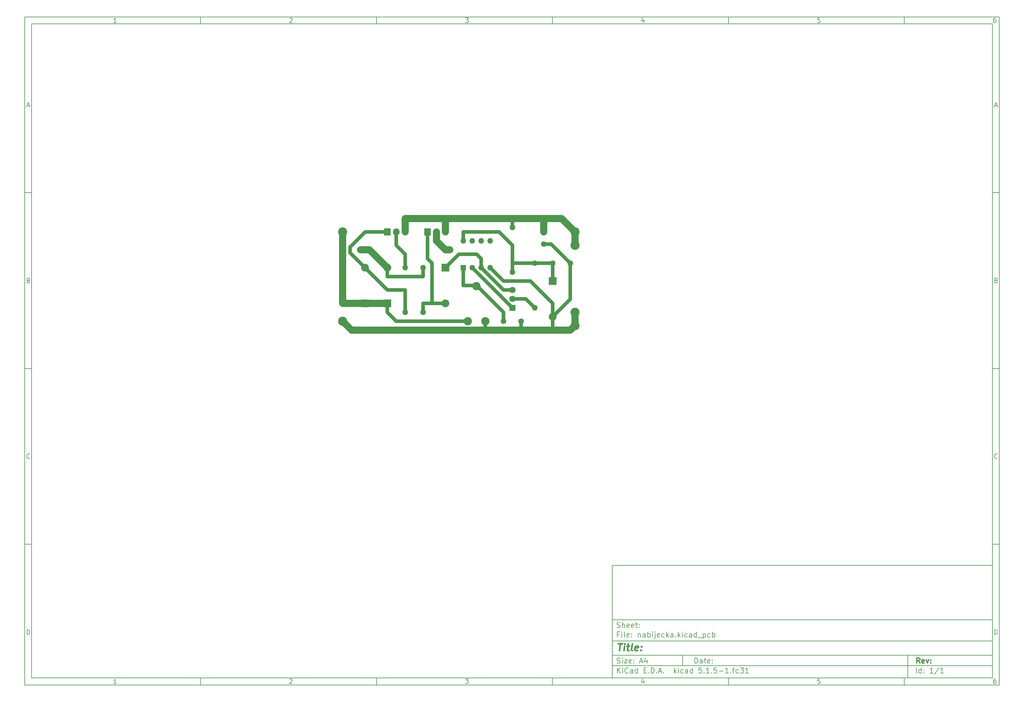
<source format=gbr>
G04 #@! TF.GenerationSoftware,KiCad,Pcbnew,5.1.5-1.fc31*
G04 #@! TF.CreationDate,2020-02-06T14:10:40+01:00*
G04 #@! TF.ProjectId,nabijecka,6e616269-6a65-4636-9b61-2e6b69636164,rev?*
G04 #@! TF.SameCoordinates,Original*
G04 #@! TF.FileFunction,Copper,L2,Bot*
G04 #@! TF.FilePolarity,Positive*
%FSLAX46Y46*%
G04 Gerber Fmt 4.6, Leading zero omitted, Abs format (unit mm)*
G04 Created by KiCad (PCBNEW 5.1.5-1.fc31) date 2020-02-06 14:10:40*
%MOMM*%
%LPD*%
G04 APERTURE LIST*
%ADD10C,0.100000*%
%ADD11C,0.150000*%
%ADD12C,0.300000*%
%ADD13C,0.400000*%
%ADD14C,2.600000*%
%ADD15O,1.600000X1.600000*%
%ADD16C,1.600000*%
%ADD17O,1.905000X2.000000*%
%ADD18R,1.905000X2.000000*%
%ADD19R,1.600000X1.600000*%
%ADD20R,1.800000X1.800000*%
%ADD21C,1.800000*%
%ADD22O,2.200000X2.200000*%
%ADD23R,2.200000X2.200000*%
%ADD24C,2.340000*%
%ADD25C,2.000000*%
%ADD26C,1.000000*%
G04 APERTURE END LIST*
D10*
D11*
X177002200Y-166007200D02*
X177002200Y-198007200D01*
X285002200Y-198007200D01*
X285002200Y-166007200D01*
X177002200Y-166007200D01*
D10*
D11*
X10000000Y-10000000D02*
X10000000Y-200007200D01*
X287002200Y-200007200D01*
X287002200Y-10000000D01*
X10000000Y-10000000D01*
D10*
D11*
X12000000Y-12000000D02*
X12000000Y-198007200D01*
X285002200Y-198007200D01*
X285002200Y-12000000D01*
X12000000Y-12000000D01*
D10*
D11*
X60000000Y-12000000D02*
X60000000Y-10000000D01*
D10*
D11*
X110000000Y-12000000D02*
X110000000Y-10000000D01*
D10*
D11*
X160000000Y-12000000D02*
X160000000Y-10000000D01*
D10*
D11*
X210000000Y-12000000D02*
X210000000Y-10000000D01*
D10*
D11*
X260000000Y-12000000D02*
X260000000Y-10000000D01*
D10*
D11*
X36065476Y-11588095D02*
X35322619Y-11588095D01*
X35694047Y-11588095D02*
X35694047Y-10288095D01*
X35570238Y-10473809D01*
X35446428Y-10597619D01*
X35322619Y-10659523D01*
D10*
D11*
X85322619Y-10411904D02*
X85384523Y-10350000D01*
X85508333Y-10288095D01*
X85817857Y-10288095D01*
X85941666Y-10350000D01*
X86003571Y-10411904D01*
X86065476Y-10535714D01*
X86065476Y-10659523D01*
X86003571Y-10845238D01*
X85260714Y-11588095D01*
X86065476Y-11588095D01*
D10*
D11*
X135260714Y-10288095D02*
X136065476Y-10288095D01*
X135632142Y-10783333D01*
X135817857Y-10783333D01*
X135941666Y-10845238D01*
X136003571Y-10907142D01*
X136065476Y-11030952D01*
X136065476Y-11340476D01*
X136003571Y-11464285D01*
X135941666Y-11526190D01*
X135817857Y-11588095D01*
X135446428Y-11588095D01*
X135322619Y-11526190D01*
X135260714Y-11464285D01*
D10*
D11*
X185941666Y-10721428D02*
X185941666Y-11588095D01*
X185632142Y-10226190D02*
X185322619Y-11154761D01*
X186127380Y-11154761D01*
D10*
D11*
X236003571Y-10288095D02*
X235384523Y-10288095D01*
X235322619Y-10907142D01*
X235384523Y-10845238D01*
X235508333Y-10783333D01*
X235817857Y-10783333D01*
X235941666Y-10845238D01*
X236003571Y-10907142D01*
X236065476Y-11030952D01*
X236065476Y-11340476D01*
X236003571Y-11464285D01*
X235941666Y-11526190D01*
X235817857Y-11588095D01*
X235508333Y-11588095D01*
X235384523Y-11526190D01*
X235322619Y-11464285D01*
D10*
D11*
X285941666Y-10288095D02*
X285694047Y-10288095D01*
X285570238Y-10350000D01*
X285508333Y-10411904D01*
X285384523Y-10597619D01*
X285322619Y-10845238D01*
X285322619Y-11340476D01*
X285384523Y-11464285D01*
X285446428Y-11526190D01*
X285570238Y-11588095D01*
X285817857Y-11588095D01*
X285941666Y-11526190D01*
X286003571Y-11464285D01*
X286065476Y-11340476D01*
X286065476Y-11030952D01*
X286003571Y-10907142D01*
X285941666Y-10845238D01*
X285817857Y-10783333D01*
X285570238Y-10783333D01*
X285446428Y-10845238D01*
X285384523Y-10907142D01*
X285322619Y-11030952D01*
D10*
D11*
X60000000Y-198007200D02*
X60000000Y-200007200D01*
D10*
D11*
X110000000Y-198007200D02*
X110000000Y-200007200D01*
D10*
D11*
X160000000Y-198007200D02*
X160000000Y-200007200D01*
D10*
D11*
X210000000Y-198007200D02*
X210000000Y-200007200D01*
D10*
D11*
X260000000Y-198007200D02*
X260000000Y-200007200D01*
D10*
D11*
X36065476Y-199595295D02*
X35322619Y-199595295D01*
X35694047Y-199595295D02*
X35694047Y-198295295D01*
X35570238Y-198481009D01*
X35446428Y-198604819D01*
X35322619Y-198666723D01*
D10*
D11*
X85322619Y-198419104D02*
X85384523Y-198357200D01*
X85508333Y-198295295D01*
X85817857Y-198295295D01*
X85941666Y-198357200D01*
X86003571Y-198419104D01*
X86065476Y-198542914D01*
X86065476Y-198666723D01*
X86003571Y-198852438D01*
X85260714Y-199595295D01*
X86065476Y-199595295D01*
D10*
D11*
X135260714Y-198295295D02*
X136065476Y-198295295D01*
X135632142Y-198790533D01*
X135817857Y-198790533D01*
X135941666Y-198852438D01*
X136003571Y-198914342D01*
X136065476Y-199038152D01*
X136065476Y-199347676D01*
X136003571Y-199471485D01*
X135941666Y-199533390D01*
X135817857Y-199595295D01*
X135446428Y-199595295D01*
X135322619Y-199533390D01*
X135260714Y-199471485D01*
D10*
D11*
X185941666Y-198728628D02*
X185941666Y-199595295D01*
X185632142Y-198233390D02*
X185322619Y-199161961D01*
X186127380Y-199161961D01*
D10*
D11*
X236003571Y-198295295D02*
X235384523Y-198295295D01*
X235322619Y-198914342D01*
X235384523Y-198852438D01*
X235508333Y-198790533D01*
X235817857Y-198790533D01*
X235941666Y-198852438D01*
X236003571Y-198914342D01*
X236065476Y-199038152D01*
X236065476Y-199347676D01*
X236003571Y-199471485D01*
X235941666Y-199533390D01*
X235817857Y-199595295D01*
X235508333Y-199595295D01*
X235384523Y-199533390D01*
X235322619Y-199471485D01*
D10*
D11*
X285941666Y-198295295D02*
X285694047Y-198295295D01*
X285570238Y-198357200D01*
X285508333Y-198419104D01*
X285384523Y-198604819D01*
X285322619Y-198852438D01*
X285322619Y-199347676D01*
X285384523Y-199471485D01*
X285446428Y-199533390D01*
X285570238Y-199595295D01*
X285817857Y-199595295D01*
X285941666Y-199533390D01*
X286003571Y-199471485D01*
X286065476Y-199347676D01*
X286065476Y-199038152D01*
X286003571Y-198914342D01*
X285941666Y-198852438D01*
X285817857Y-198790533D01*
X285570238Y-198790533D01*
X285446428Y-198852438D01*
X285384523Y-198914342D01*
X285322619Y-199038152D01*
D10*
D11*
X10000000Y-60000000D02*
X12000000Y-60000000D01*
D10*
D11*
X10000000Y-110000000D02*
X12000000Y-110000000D01*
D10*
D11*
X10000000Y-160000000D02*
X12000000Y-160000000D01*
D10*
D11*
X10690476Y-35216666D02*
X11309523Y-35216666D01*
X10566666Y-35588095D02*
X11000000Y-34288095D01*
X11433333Y-35588095D01*
D10*
D11*
X11092857Y-84907142D02*
X11278571Y-84969047D01*
X11340476Y-85030952D01*
X11402380Y-85154761D01*
X11402380Y-85340476D01*
X11340476Y-85464285D01*
X11278571Y-85526190D01*
X11154761Y-85588095D01*
X10659523Y-85588095D01*
X10659523Y-84288095D01*
X11092857Y-84288095D01*
X11216666Y-84350000D01*
X11278571Y-84411904D01*
X11340476Y-84535714D01*
X11340476Y-84659523D01*
X11278571Y-84783333D01*
X11216666Y-84845238D01*
X11092857Y-84907142D01*
X10659523Y-84907142D01*
D10*
D11*
X11402380Y-135464285D02*
X11340476Y-135526190D01*
X11154761Y-135588095D01*
X11030952Y-135588095D01*
X10845238Y-135526190D01*
X10721428Y-135402380D01*
X10659523Y-135278571D01*
X10597619Y-135030952D01*
X10597619Y-134845238D01*
X10659523Y-134597619D01*
X10721428Y-134473809D01*
X10845238Y-134350000D01*
X11030952Y-134288095D01*
X11154761Y-134288095D01*
X11340476Y-134350000D01*
X11402380Y-134411904D01*
D10*
D11*
X10659523Y-185588095D02*
X10659523Y-184288095D01*
X10969047Y-184288095D01*
X11154761Y-184350000D01*
X11278571Y-184473809D01*
X11340476Y-184597619D01*
X11402380Y-184845238D01*
X11402380Y-185030952D01*
X11340476Y-185278571D01*
X11278571Y-185402380D01*
X11154761Y-185526190D01*
X10969047Y-185588095D01*
X10659523Y-185588095D01*
D10*
D11*
X287002200Y-60000000D02*
X285002200Y-60000000D01*
D10*
D11*
X287002200Y-110000000D02*
X285002200Y-110000000D01*
D10*
D11*
X287002200Y-160000000D02*
X285002200Y-160000000D01*
D10*
D11*
X285692676Y-35216666D02*
X286311723Y-35216666D01*
X285568866Y-35588095D02*
X286002200Y-34288095D01*
X286435533Y-35588095D01*
D10*
D11*
X286095057Y-84907142D02*
X286280771Y-84969047D01*
X286342676Y-85030952D01*
X286404580Y-85154761D01*
X286404580Y-85340476D01*
X286342676Y-85464285D01*
X286280771Y-85526190D01*
X286156961Y-85588095D01*
X285661723Y-85588095D01*
X285661723Y-84288095D01*
X286095057Y-84288095D01*
X286218866Y-84350000D01*
X286280771Y-84411904D01*
X286342676Y-84535714D01*
X286342676Y-84659523D01*
X286280771Y-84783333D01*
X286218866Y-84845238D01*
X286095057Y-84907142D01*
X285661723Y-84907142D01*
D10*
D11*
X286404580Y-135464285D02*
X286342676Y-135526190D01*
X286156961Y-135588095D01*
X286033152Y-135588095D01*
X285847438Y-135526190D01*
X285723628Y-135402380D01*
X285661723Y-135278571D01*
X285599819Y-135030952D01*
X285599819Y-134845238D01*
X285661723Y-134597619D01*
X285723628Y-134473809D01*
X285847438Y-134350000D01*
X286033152Y-134288095D01*
X286156961Y-134288095D01*
X286342676Y-134350000D01*
X286404580Y-134411904D01*
D10*
D11*
X285661723Y-185588095D02*
X285661723Y-184288095D01*
X285971247Y-184288095D01*
X286156961Y-184350000D01*
X286280771Y-184473809D01*
X286342676Y-184597619D01*
X286404580Y-184845238D01*
X286404580Y-185030952D01*
X286342676Y-185278571D01*
X286280771Y-185402380D01*
X286156961Y-185526190D01*
X285971247Y-185588095D01*
X285661723Y-185588095D01*
D10*
D11*
X200434342Y-193785771D02*
X200434342Y-192285771D01*
X200791485Y-192285771D01*
X201005771Y-192357200D01*
X201148628Y-192500057D01*
X201220057Y-192642914D01*
X201291485Y-192928628D01*
X201291485Y-193142914D01*
X201220057Y-193428628D01*
X201148628Y-193571485D01*
X201005771Y-193714342D01*
X200791485Y-193785771D01*
X200434342Y-193785771D01*
X202577200Y-193785771D02*
X202577200Y-193000057D01*
X202505771Y-192857200D01*
X202362914Y-192785771D01*
X202077200Y-192785771D01*
X201934342Y-192857200D01*
X202577200Y-193714342D02*
X202434342Y-193785771D01*
X202077200Y-193785771D01*
X201934342Y-193714342D01*
X201862914Y-193571485D01*
X201862914Y-193428628D01*
X201934342Y-193285771D01*
X202077200Y-193214342D01*
X202434342Y-193214342D01*
X202577200Y-193142914D01*
X203077200Y-192785771D02*
X203648628Y-192785771D01*
X203291485Y-192285771D02*
X203291485Y-193571485D01*
X203362914Y-193714342D01*
X203505771Y-193785771D01*
X203648628Y-193785771D01*
X204720057Y-193714342D02*
X204577200Y-193785771D01*
X204291485Y-193785771D01*
X204148628Y-193714342D01*
X204077200Y-193571485D01*
X204077200Y-193000057D01*
X204148628Y-192857200D01*
X204291485Y-192785771D01*
X204577200Y-192785771D01*
X204720057Y-192857200D01*
X204791485Y-193000057D01*
X204791485Y-193142914D01*
X204077200Y-193285771D01*
X205434342Y-193642914D02*
X205505771Y-193714342D01*
X205434342Y-193785771D01*
X205362914Y-193714342D01*
X205434342Y-193642914D01*
X205434342Y-193785771D01*
X205434342Y-192857200D02*
X205505771Y-192928628D01*
X205434342Y-193000057D01*
X205362914Y-192928628D01*
X205434342Y-192857200D01*
X205434342Y-193000057D01*
D10*
D11*
X177002200Y-194507200D02*
X285002200Y-194507200D01*
D10*
D11*
X178434342Y-196585771D02*
X178434342Y-195085771D01*
X179291485Y-196585771D02*
X178648628Y-195728628D01*
X179291485Y-195085771D02*
X178434342Y-195942914D01*
X179934342Y-196585771D02*
X179934342Y-195585771D01*
X179934342Y-195085771D02*
X179862914Y-195157200D01*
X179934342Y-195228628D01*
X180005771Y-195157200D01*
X179934342Y-195085771D01*
X179934342Y-195228628D01*
X181505771Y-196442914D02*
X181434342Y-196514342D01*
X181220057Y-196585771D01*
X181077200Y-196585771D01*
X180862914Y-196514342D01*
X180720057Y-196371485D01*
X180648628Y-196228628D01*
X180577200Y-195942914D01*
X180577200Y-195728628D01*
X180648628Y-195442914D01*
X180720057Y-195300057D01*
X180862914Y-195157200D01*
X181077200Y-195085771D01*
X181220057Y-195085771D01*
X181434342Y-195157200D01*
X181505771Y-195228628D01*
X182791485Y-196585771D02*
X182791485Y-195800057D01*
X182720057Y-195657200D01*
X182577200Y-195585771D01*
X182291485Y-195585771D01*
X182148628Y-195657200D01*
X182791485Y-196514342D02*
X182648628Y-196585771D01*
X182291485Y-196585771D01*
X182148628Y-196514342D01*
X182077200Y-196371485D01*
X182077200Y-196228628D01*
X182148628Y-196085771D01*
X182291485Y-196014342D01*
X182648628Y-196014342D01*
X182791485Y-195942914D01*
X184148628Y-196585771D02*
X184148628Y-195085771D01*
X184148628Y-196514342D02*
X184005771Y-196585771D01*
X183720057Y-196585771D01*
X183577200Y-196514342D01*
X183505771Y-196442914D01*
X183434342Y-196300057D01*
X183434342Y-195871485D01*
X183505771Y-195728628D01*
X183577200Y-195657200D01*
X183720057Y-195585771D01*
X184005771Y-195585771D01*
X184148628Y-195657200D01*
X186005771Y-195800057D02*
X186505771Y-195800057D01*
X186720057Y-196585771D02*
X186005771Y-196585771D01*
X186005771Y-195085771D01*
X186720057Y-195085771D01*
X187362914Y-196442914D02*
X187434342Y-196514342D01*
X187362914Y-196585771D01*
X187291485Y-196514342D01*
X187362914Y-196442914D01*
X187362914Y-196585771D01*
X188077200Y-196585771D02*
X188077200Y-195085771D01*
X188434342Y-195085771D01*
X188648628Y-195157200D01*
X188791485Y-195300057D01*
X188862914Y-195442914D01*
X188934342Y-195728628D01*
X188934342Y-195942914D01*
X188862914Y-196228628D01*
X188791485Y-196371485D01*
X188648628Y-196514342D01*
X188434342Y-196585771D01*
X188077200Y-196585771D01*
X189577200Y-196442914D02*
X189648628Y-196514342D01*
X189577200Y-196585771D01*
X189505771Y-196514342D01*
X189577200Y-196442914D01*
X189577200Y-196585771D01*
X190220057Y-196157200D02*
X190934342Y-196157200D01*
X190077200Y-196585771D02*
X190577200Y-195085771D01*
X191077200Y-196585771D01*
X191577200Y-196442914D02*
X191648628Y-196514342D01*
X191577200Y-196585771D01*
X191505771Y-196514342D01*
X191577200Y-196442914D01*
X191577200Y-196585771D01*
X194577200Y-196585771D02*
X194577200Y-195085771D01*
X194720057Y-196014342D02*
X195148628Y-196585771D01*
X195148628Y-195585771D02*
X194577200Y-196157200D01*
X195791485Y-196585771D02*
X195791485Y-195585771D01*
X195791485Y-195085771D02*
X195720057Y-195157200D01*
X195791485Y-195228628D01*
X195862914Y-195157200D01*
X195791485Y-195085771D01*
X195791485Y-195228628D01*
X197148628Y-196514342D02*
X197005771Y-196585771D01*
X196720057Y-196585771D01*
X196577200Y-196514342D01*
X196505771Y-196442914D01*
X196434342Y-196300057D01*
X196434342Y-195871485D01*
X196505771Y-195728628D01*
X196577200Y-195657200D01*
X196720057Y-195585771D01*
X197005771Y-195585771D01*
X197148628Y-195657200D01*
X198434342Y-196585771D02*
X198434342Y-195800057D01*
X198362914Y-195657200D01*
X198220057Y-195585771D01*
X197934342Y-195585771D01*
X197791485Y-195657200D01*
X198434342Y-196514342D02*
X198291485Y-196585771D01*
X197934342Y-196585771D01*
X197791485Y-196514342D01*
X197720057Y-196371485D01*
X197720057Y-196228628D01*
X197791485Y-196085771D01*
X197934342Y-196014342D01*
X198291485Y-196014342D01*
X198434342Y-195942914D01*
X199791485Y-196585771D02*
X199791485Y-195085771D01*
X199791485Y-196514342D02*
X199648628Y-196585771D01*
X199362914Y-196585771D01*
X199220057Y-196514342D01*
X199148628Y-196442914D01*
X199077200Y-196300057D01*
X199077200Y-195871485D01*
X199148628Y-195728628D01*
X199220057Y-195657200D01*
X199362914Y-195585771D01*
X199648628Y-195585771D01*
X199791485Y-195657200D01*
X202362914Y-195085771D02*
X201648628Y-195085771D01*
X201577200Y-195800057D01*
X201648628Y-195728628D01*
X201791485Y-195657200D01*
X202148628Y-195657200D01*
X202291485Y-195728628D01*
X202362914Y-195800057D01*
X202434342Y-195942914D01*
X202434342Y-196300057D01*
X202362914Y-196442914D01*
X202291485Y-196514342D01*
X202148628Y-196585771D01*
X201791485Y-196585771D01*
X201648628Y-196514342D01*
X201577200Y-196442914D01*
X203077200Y-196442914D02*
X203148628Y-196514342D01*
X203077200Y-196585771D01*
X203005771Y-196514342D01*
X203077200Y-196442914D01*
X203077200Y-196585771D01*
X204577200Y-196585771D02*
X203720057Y-196585771D01*
X204148628Y-196585771D02*
X204148628Y-195085771D01*
X204005771Y-195300057D01*
X203862914Y-195442914D01*
X203720057Y-195514342D01*
X205220057Y-196442914D02*
X205291485Y-196514342D01*
X205220057Y-196585771D01*
X205148628Y-196514342D01*
X205220057Y-196442914D01*
X205220057Y-196585771D01*
X206648628Y-195085771D02*
X205934342Y-195085771D01*
X205862914Y-195800057D01*
X205934342Y-195728628D01*
X206077200Y-195657200D01*
X206434342Y-195657200D01*
X206577200Y-195728628D01*
X206648628Y-195800057D01*
X206720057Y-195942914D01*
X206720057Y-196300057D01*
X206648628Y-196442914D01*
X206577200Y-196514342D01*
X206434342Y-196585771D01*
X206077200Y-196585771D01*
X205934342Y-196514342D01*
X205862914Y-196442914D01*
X207362914Y-196014342D02*
X208505771Y-196014342D01*
X210005771Y-196585771D02*
X209148628Y-196585771D01*
X209577200Y-196585771D02*
X209577200Y-195085771D01*
X209434342Y-195300057D01*
X209291485Y-195442914D01*
X209148628Y-195514342D01*
X210648628Y-196442914D02*
X210720057Y-196514342D01*
X210648628Y-196585771D01*
X210577200Y-196514342D01*
X210648628Y-196442914D01*
X210648628Y-196585771D01*
X211148628Y-195585771D02*
X211720057Y-195585771D01*
X211362914Y-196585771D02*
X211362914Y-195300057D01*
X211434342Y-195157200D01*
X211577200Y-195085771D01*
X211720057Y-195085771D01*
X212862914Y-196514342D02*
X212720057Y-196585771D01*
X212434342Y-196585771D01*
X212291485Y-196514342D01*
X212220057Y-196442914D01*
X212148628Y-196300057D01*
X212148628Y-195871485D01*
X212220057Y-195728628D01*
X212291485Y-195657200D01*
X212434342Y-195585771D01*
X212720057Y-195585771D01*
X212862914Y-195657200D01*
X213362914Y-195085771D02*
X214291485Y-195085771D01*
X213791485Y-195657200D01*
X214005771Y-195657200D01*
X214148628Y-195728628D01*
X214220057Y-195800057D01*
X214291485Y-195942914D01*
X214291485Y-196300057D01*
X214220057Y-196442914D01*
X214148628Y-196514342D01*
X214005771Y-196585771D01*
X213577200Y-196585771D01*
X213434342Y-196514342D01*
X213362914Y-196442914D01*
X215720057Y-196585771D02*
X214862914Y-196585771D01*
X215291485Y-196585771D02*
X215291485Y-195085771D01*
X215148628Y-195300057D01*
X215005771Y-195442914D01*
X214862914Y-195514342D01*
D10*
D11*
X177002200Y-191507200D02*
X285002200Y-191507200D01*
D10*
D12*
X264411485Y-193785771D02*
X263911485Y-193071485D01*
X263554342Y-193785771D02*
X263554342Y-192285771D01*
X264125771Y-192285771D01*
X264268628Y-192357200D01*
X264340057Y-192428628D01*
X264411485Y-192571485D01*
X264411485Y-192785771D01*
X264340057Y-192928628D01*
X264268628Y-193000057D01*
X264125771Y-193071485D01*
X263554342Y-193071485D01*
X265625771Y-193714342D02*
X265482914Y-193785771D01*
X265197200Y-193785771D01*
X265054342Y-193714342D01*
X264982914Y-193571485D01*
X264982914Y-193000057D01*
X265054342Y-192857200D01*
X265197200Y-192785771D01*
X265482914Y-192785771D01*
X265625771Y-192857200D01*
X265697200Y-193000057D01*
X265697200Y-193142914D01*
X264982914Y-193285771D01*
X266197200Y-192785771D02*
X266554342Y-193785771D01*
X266911485Y-192785771D01*
X267482914Y-193642914D02*
X267554342Y-193714342D01*
X267482914Y-193785771D01*
X267411485Y-193714342D01*
X267482914Y-193642914D01*
X267482914Y-193785771D01*
X267482914Y-192857200D02*
X267554342Y-192928628D01*
X267482914Y-193000057D01*
X267411485Y-192928628D01*
X267482914Y-192857200D01*
X267482914Y-193000057D01*
D10*
D11*
X178362914Y-193714342D02*
X178577200Y-193785771D01*
X178934342Y-193785771D01*
X179077200Y-193714342D01*
X179148628Y-193642914D01*
X179220057Y-193500057D01*
X179220057Y-193357200D01*
X179148628Y-193214342D01*
X179077200Y-193142914D01*
X178934342Y-193071485D01*
X178648628Y-193000057D01*
X178505771Y-192928628D01*
X178434342Y-192857200D01*
X178362914Y-192714342D01*
X178362914Y-192571485D01*
X178434342Y-192428628D01*
X178505771Y-192357200D01*
X178648628Y-192285771D01*
X179005771Y-192285771D01*
X179220057Y-192357200D01*
X179862914Y-193785771D02*
X179862914Y-192785771D01*
X179862914Y-192285771D02*
X179791485Y-192357200D01*
X179862914Y-192428628D01*
X179934342Y-192357200D01*
X179862914Y-192285771D01*
X179862914Y-192428628D01*
X180434342Y-192785771D02*
X181220057Y-192785771D01*
X180434342Y-193785771D01*
X181220057Y-193785771D01*
X182362914Y-193714342D02*
X182220057Y-193785771D01*
X181934342Y-193785771D01*
X181791485Y-193714342D01*
X181720057Y-193571485D01*
X181720057Y-193000057D01*
X181791485Y-192857200D01*
X181934342Y-192785771D01*
X182220057Y-192785771D01*
X182362914Y-192857200D01*
X182434342Y-193000057D01*
X182434342Y-193142914D01*
X181720057Y-193285771D01*
X183077200Y-193642914D02*
X183148628Y-193714342D01*
X183077200Y-193785771D01*
X183005771Y-193714342D01*
X183077200Y-193642914D01*
X183077200Y-193785771D01*
X183077200Y-192857200D02*
X183148628Y-192928628D01*
X183077200Y-193000057D01*
X183005771Y-192928628D01*
X183077200Y-192857200D01*
X183077200Y-193000057D01*
X184862914Y-193357200D02*
X185577200Y-193357200D01*
X184720057Y-193785771D02*
X185220057Y-192285771D01*
X185720057Y-193785771D01*
X186862914Y-192785771D02*
X186862914Y-193785771D01*
X186505771Y-192214342D02*
X186148628Y-193285771D01*
X187077200Y-193285771D01*
D10*
D11*
X263434342Y-196585771D02*
X263434342Y-195085771D01*
X264791485Y-196585771D02*
X264791485Y-195085771D01*
X264791485Y-196514342D02*
X264648628Y-196585771D01*
X264362914Y-196585771D01*
X264220057Y-196514342D01*
X264148628Y-196442914D01*
X264077200Y-196300057D01*
X264077200Y-195871485D01*
X264148628Y-195728628D01*
X264220057Y-195657200D01*
X264362914Y-195585771D01*
X264648628Y-195585771D01*
X264791485Y-195657200D01*
X265505771Y-196442914D02*
X265577200Y-196514342D01*
X265505771Y-196585771D01*
X265434342Y-196514342D01*
X265505771Y-196442914D01*
X265505771Y-196585771D01*
X265505771Y-195657200D02*
X265577200Y-195728628D01*
X265505771Y-195800057D01*
X265434342Y-195728628D01*
X265505771Y-195657200D01*
X265505771Y-195800057D01*
X268148628Y-196585771D02*
X267291485Y-196585771D01*
X267720057Y-196585771D02*
X267720057Y-195085771D01*
X267577200Y-195300057D01*
X267434342Y-195442914D01*
X267291485Y-195514342D01*
X269862914Y-195014342D02*
X268577200Y-196942914D01*
X271148628Y-196585771D02*
X270291485Y-196585771D01*
X270720057Y-196585771D02*
X270720057Y-195085771D01*
X270577200Y-195300057D01*
X270434342Y-195442914D01*
X270291485Y-195514342D01*
D10*
D11*
X177002200Y-187507200D02*
X285002200Y-187507200D01*
D10*
D13*
X178714580Y-188211961D02*
X179857438Y-188211961D01*
X179036009Y-190211961D02*
X179286009Y-188211961D01*
X180274104Y-190211961D02*
X180440771Y-188878628D01*
X180524104Y-188211961D02*
X180416961Y-188307200D01*
X180500295Y-188402438D01*
X180607438Y-188307200D01*
X180524104Y-188211961D01*
X180500295Y-188402438D01*
X181107438Y-188878628D02*
X181869342Y-188878628D01*
X181476485Y-188211961D02*
X181262200Y-189926247D01*
X181333628Y-190116723D01*
X181512200Y-190211961D01*
X181702676Y-190211961D01*
X182655057Y-190211961D02*
X182476485Y-190116723D01*
X182405057Y-189926247D01*
X182619342Y-188211961D01*
X184190771Y-190116723D02*
X183988390Y-190211961D01*
X183607438Y-190211961D01*
X183428866Y-190116723D01*
X183357438Y-189926247D01*
X183452676Y-189164342D01*
X183571723Y-188973866D01*
X183774104Y-188878628D01*
X184155057Y-188878628D01*
X184333628Y-188973866D01*
X184405057Y-189164342D01*
X184381247Y-189354819D01*
X183405057Y-189545295D01*
X185155057Y-190021485D02*
X185238390Y-190116723D01*
X185131247Y-190211961D01*
X185047914Y-190116723D01*
X185155057Y-190021485D01*
X185131247Y-190211961D01*
X185286009Y-188973866D02*
X185369342Y-189069104D01*
X185262200Y-189164342D01*
X185178866Y-189069104D01*
X185286009Y-188973866D01*
X185262200Y-189164342D01*
D10*
D11*
X178934342Y-185600057D02*
X178434342Y-185600057D01*
X178434342Y-186385771D02*
X178434342Y-184885771D01*
X179148628Y-184885771D01*
X179720057Y-186385771D02*
X179720057Y-185385771D01*
X179720057Y-184885771D02*
X179648628Y-184957200D01*
X179720057Y-185028628D01*
X179791485Y-184957200D01*
X179720057Y-184885771D01*
X179720057Y-185028628D01*
X180648628Y-186385771D02*
X180505771Y-186314342D01*
X180434342Y-186171485D01*
X180434342Y-184885771D01*
X181791485Y-186314342D02*
X181648628Y-186385771D01*
X181362914Y-186385771D01*
X181220057Y-186314342D01*
X181148628Y-186171485D01*
X181148628Y-185600057D01*
X181220057Y-185457200D01*
X181362914Y-185385771D01*
X181648628Y-185385771D01*
X181791485Y-185457200D01*
X181862914Y-185600057D01*
X181862914Y-185742914D01*
X181148628Y-185885771D01*
X182505771Y-186242914D02*
X182577200Y-186314342D01*
X182505771Y-186385771D01*
X182434342Y-186314342D01*
X182505771Y-186242914D01*
X182505771Y-186385771D01*
X182505771Y-185457200D02*
X182577200Y-185528628D01*
X182505771Y-185600057D01*
X182434342Y-185528628D01*
X182505771Y-185457200D01*
X182505771Y-185600057D01*
X184362914Y-185385771D02*
X184362914Y-186385771D01*
X184362914Y-185528628D02*
X184434342Y-185457200D01*
X184577200Y-185385771D01*
X184791485Y-185385771D01*
X184934342Y-185457200D01*
X185005771Y-185600057D01*
X185005771Y-186385771D01*
X186362914Y-186385771D02*
X186362914Y-185600057D01*
X186291485Y-185457200D01*
X186148628Y-185385771D01*
X185862914Y-185385771D01*
X185720057Y-185457200D01*
X186362914Y-186314342D02*
X186220057Y-186385771D01*
X185862914Y-186385771D01*
X185720057Y-186314342D01*
X185648628Y-186171485D01*
X185648628Y-186028628D01*
X185720057Y-185885771D01*
X185862914Y-185814342D01*
X186220057Y-185814342D01*
X186362914Y-185742914D01*
X187077200Y-186385771D02*
X187077200Y-184885771D01*
X187077200Y-185457200D02*
X187220057Y-185385771D01*
X187505771Y-185385771D01*
X187648628Y-185457200D01*
X187720057Y-185528628D01*
X187791485Y-185671485D01*
X187791485Y-186100057D01*
X187720057Y-186242914D01*
X187648628Y-186314342D01*
X187505771Y-186385771D01*
X187220057Y-186385771D01*
X187077200Y-186314342D01*
X188434342Y-186385771D02*
X188434342Y-185385771D01*
X188434342Y-184885771D02*
X188362914Y-184957200D01*
X188434342Y-185028628D01*
X188505771Y-184957200D01*
X188434342Y-184885771D01*
X188434342Y-185028628D01*
X189148628Y-185385771D02*
X189148628Y-186671485D01*
X189077200Y-186814342D01*
X188934342Y-186885771D01*
X188862914Y-186885771D01*
X189148628Y-184885771D02*
X189077200Y-184957200D01*
X189148628Y-185028628D01*
X189220057Y-184957200D01*
X189148628Y-184885771D01*
X189148628Y-185028628D01*
X190434342Y-186314342D02*
X190291485Y-186385771D01*
X190005771Y-186385771D01*
X189862914Y-186314342D01*
X189791485Y-186171485D01*
X189791485Y-185600057D01*
X189862914Y-185457200D01*
X190005771Y-185385771D01*
X190291485Y-185385771D01*
X190434342Y-185457200D01*
X190505771Y-185600057D01*
X190505771Y-185742914D01*
X189791485Y-185885771D01*
X191791485Y-186314342D02*
X191648628Y-186385771D01*
X191362914Y-186385771D01*
X191220057Y-186314342D01*
X191148628Y-186242914D01*
X191077200Y-186100057D01*
X191077200Y-185671485D01*
X191148628Y-185528628D01*
X191220057Y-185457200D01*
X191362914Y-185385771D01*
X191648628Y-185385771D01*
X191791485Y-185457200D01*
X192434342Y-186385771D02*
X192434342Y-184885771D01*
X192577200Y-185814342D02*
X193005771Y-186385771D01*
X193005771Y-185385771D02*
X192434342Y-185957200D01*
X194291485Y-186385771D02*
X194291485Y-185600057D01*
X194220057Y-185457200D01*
X194077200Y-185385771D01*
X193791485Y-185385771D01*
X193648628Y-185457200D01*
X194291485Y-186314342D02*
X194148628Y-186385771D01*
X193791485Y-186385771D01*
X193648628Y-186314342D01*
X193577200Y-186171485D01*
X193577200Y-186028628D01*
X193648628Y-185885771D01*
X193791485Y-185814342D01*
X194148628Y-185814342D01*
X194291485Y-185742914D01*
X195005771Y-186242914D02*
X195077200Y-186314342D01*
X195005771Y-186385771D01*
X194934342Y-186314342D01*
X195005771Y-186242914D01*
X195005771Y-186385771D01*
X195720057Y-186385771D02*
X195720057Y-184885771D01*
X195862914Y-185814342D02*
X196291485Y-186385771D01*
X196291485Y-185385771D02*
X195720057Y-185957200D01*
X196934342Y-186385771D02*
X196934342Y-185385771D01*
X196934342Y-184885771D02*
X196862914Y-184957200D01*
X196934342Y-185028628D01*
X197005771Y-184957200D01*
X196934342Y-184885771D01*
X196934342Y-185028628D01*
X198291485Y-186314342D02*
X198148628Y-186385771D01*
X197862914Y-186385771D01*
X197720057Y-186314342D01*
X197648628Y-186242914D01*
X197577200Y-186100057D01*
X197577200Y-185671485D01*
X197648628Y-185528628D01*
X197720057Y-185457200D01*
X197862914Y-185385771D01*
X198148628Y-185385771D01*
X198291485Y-185457200D01*
X199577200Y-186385771D02*
X199577200Y-185600057D01*
X199505771Y-185457200D01*
X199362914Y-185385771D01*
X199077200Y-185385771D01*
X198934342Y-185457200D01*
X199577200Y-186314342D02*
X199434342Y-186385771D01*
X199077200Y-186385771D01*
X198934342Y-186314342D01*
X198862914Y-186171485D01*
X198862914Y-186028628D01*
X198934342Y-185885771D01*
X199077200Y-185814342D01*
X199434342Y-185814342D01*
X199577200Y-185742914D01*
X200934342Y-186385771D02*
X200934342Y-184885771D01*
X200934342Y-186314342D02*
X200791485Y-186385771D01*
X200505771Y-186385771D01*
X200362914Y-186314342D01*
X200291485Y-186242914D01*
X200220057Y-186100057D01*
X200220057Y-185671485D01*
X200291485Y-185528628D01*
X200362914Y-185457200D01*
X200505771Y-185385771D01*
X200791485Y-185385771D01*
X200934342Y-185457200D01*
X201291485Y-186528628D02*
X202434342Y-186528628D01*
X202791485Y-185385771D02*
X202791485Y-186885771D01*
X202791485Y-185457200D02*
X202934342Y-185385771D01*
X203220057Y-185385771D01*
X203362914Y-185457200D01*
X203434342Y-185528628D01*
X203505771Y-185671485D01*
X203505771Y-186100057D01*
X203434342Y-186242914D01*
X203362914Y-186314342D01*
X203220057Y-186385771D01*
X202934342Y-186385771D01*
X202791485Y-186314342D01*
X204791485Y-186314342D02*
X204648628Y-186385771D01*
X204362914Y-186385771D01*
X204220057Y-186314342D01*
X204148628Y-186242914D01*
X204077200Y-186100057D01*
X204077200Y-185671485D01*
X204148628Y-185528628D01*
X204220057Y-185457200D01*
X204362914Y-185385771D01*
X204648628Y-185385771D01*
X204791485Y-185457200D01*
X205434342Y-186385771D02*
X205434342Y-184885771D01*
X205434342Y-185457200D02*
X205577200Y-185385771D01*
X205862914Y-185385771D01*
X206005771Y-185457200D01*
X206077200Y-185528628D01*
X206148628Y-185671485D01*
X206148628Y-186100057D01*
X206077200Y-186242914D01*
X206005771Y-186314342D01*
X205862914Y-186385771D01*
X205577200Y-186385771D01*
X205434342Y-186314342D01*
D10*
D11*
X177002200Y-181507200D02*
X285002200Y-181507200D01*
D10*
D11*
X178362914Y-183614342D02*
X178577200Y-183685771D01*
X178934342Y-183685771D01*
X179077200Y-183614342D01*
X179148628Y-183542914D01*
X179220057Y-183400057D01*
X179220057Y-183257200D01*
X179148628Y-183114342D01*
X179077200Y-183042914D01*
X178934342Y-182971485D01*
X178648628Y-182900057D01*
X178505771Y-182828628D01*
X178434342Y-182757200D01*
X178362914Y-182614342D01*
X178362914Y-182471485D01*
X178434342Y-182328628D01*
X178505771Y-182257200D01*
X178648628Y-182185771D01*
X179005771Y-182185771D01*
X179220057Y-182257200D01*
X179862914Y-183685771D02*
X179862914Y-182185771D01*
X180505771Y-183685771D02*
X180505771Y-182900057D01*
X180434342Y-182757200D01*
X180291485Y-182685771D01*
X180077200Y-182685771D01*
X179934342Y-182757200D01*
X179862914Y-182828628D01*
X181791485Y-183614342D02*
X181648628Y-183685771D01*
X181362914Y-183685771D01*
X181220057Y-183614342D01*
X181148628Y-183471485D01*
X181148628Y-182900057D01*
X181220057Y-182757200D01*
X181362914Y-182685771D01*
X181648628Y-182685771D01*
X181791485Y-182757200D01*
X181862914Y-182900057D01*
X181862914Y-183042914D01*
X181148628Y-183185771D01*
X183077200Y-183614342D02*
X182934342Y-183685771D01*
X182648628Y-183685771D01*
X182505771Y-183614342D01*
X182434342Y-183471485D01*
X182434342Y-182900057D01*
X182505771Y-182757200D01*
X182648628Y-182685771D01*
X182934342Y-182685771D01*
X183077200Y-182757200D01*
X183148628Y-182900057D01*
X183148628Y-183042914D01*
X182434342Y-183185771D01*
X183577200Y-182685771D02*
X184148628Y-182685771D01*
X183791485Y-182185771D02*
X183791485Y-183471485D01*
X183862914Y-183614342D01*
X184005771Y-183685771D01*
X184148628Y-183685771D01*
X184648628Y-183542914D02*
X184720057Y-183614342D01*
X184648628Y-183685771D01*
X184577200Y-183614342D01*
X184648628Y-183542914D01*
X184648628Y-183685771D01*
X184648628Y-182757200D02*
X184720057Y-182828628D01*
X184648628Y-182900057D01*
X184577200Y-182828628D01*
X184648628Y-182757200D01*
X184648628Y-182900057D01*
D10*
D11*
X197002200Y-191507200D02*
X197002200Y-194507200D01*
D10*
D11*
X261002200Y-191507200D02*
X261002200Y-198007200D01*
D14*
X166370000Y-93980000D03*
X166370000Y-74930000D03*
D15*
X123190000Y-81280000D03*
D16*
X123190000Y-93980000D03*
D17*
X129540000Y-71120000D03*
X127000000Y-71120000D03*
D18*
X124460000Y-71120000D03*
D17*
X118110000Y-71120000D03*
X115570000Y-71120000D03*
D18*
X113030000Y-71120000D03*
D19*
X157480000Y-71120000D03*
D16*
X157480000Y-74620000D03*
X165020000Y-80010000D03*
X160020000Y-80010000D03*
X146050000Y-96520000D03*
X151050000Y-96520000D03*
D20*
X148590000Y-92710000D03*
D21*
X148590000Y-90170000D03*
X148590000Y-87630000D03*
D22*
X129540000Y-91440000D03*
D23*
X129540000Y-81280000D03*
X106680000Y-91440000D03*
D22*
X106680000Y-81280000D03*
X113030000Y-81280000D03*
D23*
X113030000Y-91440000D03*
X160020000Y-85090000D03*
D22*
X160020000Y-95250000D03*
D14*
X166370000Y-71120000D03*
X166370000Y-97790000D03*
X100330000Y-71120000D03*
X100330000Y-96520000D03*
D16*
X154940000Y-80010000D03*
D15*
X154940000Y-92710000D03*
D16*
X118110000Y-93980000D03*
D15*
X118110000Y-81280000D03*
D16*
X105410000Y-76200000D03*
D15*
X130810000Y-76200000D03*
X148590000Y-82550000D03*
D16*
X148590000Y-69850000D03*
D24*
X140890000Y-96520000D03*
X138390000Y-86520000D03*
X135890000Y-96520000D03*
D19*
X134620000Y-81280000D03*
D15*
X142240000Y-73660000D03*
X137160000Y-81280000D03*
X139700000Y-73660000D03*
X139700000Y-81280000D03*
X137160000Y-73660000D03*
X142240000Y-81280000D03*
X134620000Y-73660000D03*
D25*
X162560000Y-67310000D02*
X166370000Y-71120000D01*
X118110000Y-71120000D02*
X118110000Y-67310000D01*
X157480000Y-68320000D02*
X157480000Y-67310000D01*
X157480000Y-71120000D02*
X157480000Y-68320000D01*
X157480000Y-67310000D02*
X162560000Y-67310000D01*
X129540000Y-68120000D02*
X129540000Y-67310000D01*
X129540000Y-71120000D02*
X129540000Y-68120000D01*
X118110000Y-67310000D02*
X129540000Y-67310000D01*
X129540000Y-67310000D02*
X148590000Y-67310000D01*
X148590000Y-67310000D02*
X157480000Y-67310000D01*
D26*
X148590000Y-69850000D02*
X148590000Y-67310000D01*
D25*
X166370000Y-71120000D02*
X166370000Y-74930000D01*
X165070001Y-99089999D02*
X166370000Y-97790000D01*
X100330000Y-96520000D02*
X102899999Y-99089999D01*
D26*
X135930000Y-99020000D02*
X135890000Y-99060000D01*
D25*
X102899999Y-99060000D02*
X135890000Y-99060000D01*
D26*
X159630000Y-74620000D02*
X165020000Y-80010000D01*
X157480000Y-74620000D02*
X159630000Y-74620000D01*
X165020000Y-90250000D02*
X160020000Y-95250000D01*
X165020000Y-80010000D02*
X165020000Y-90250000D01*
X160020000Y-95250000D02*
X160020000Y-99060000D01*
D25*
X160020000Y-99060000D02*
X165070001Y-99060000D01*
D26*
X151050000Y-98980000D02*
X151130000Y-99060000D01*
X151050000Y-96520000D02*
X151050000Y-98980000D01*
D25*
X146050000Y-99060000D02*
X151130000Y-99060000D01*
X151130000Y-99060000D02*
X160020000Y-99060000D01*
D26*
X142240000Y-81280000D02*
X146050000Y-85090000D01*
X146050000Y-85090000D02*
X153670000Y-85090000D01*
X160020000Y-91440000D02*
X160020000Y-95250000D01*
X153670000Y-85090000D02*
X160020000Y-91440000D01*
X140890000Y-98980000D02*
X140970000Y-99060000D01*
X140890000Y-96520000D02*
X140890000Y-98980000D01*
D25*
X135890000Y-99060000D02*
X140970000Y-99060000D01*
X140970000Y-99060000D02*
X146050000Y-99060000D01*
X166370000Y-93980000D02*
X166370000Y-97790000D01*
D26*
X138430000Y-86360000D02*
X134620000Y-86360000D01*
X134620000Y-86360000D02*
X134620000Y-81280000D01*
X146050000Y-93980000D02*
X146050000Y-95250000D01*
X138430000Y-86360000D02*
X146050000Y-93980000D01*
X146050000Y-95250000D02*
X146050000Y-96520000D01*
X148590000Y-92710000D02*
X137160000Y-81280000D01*
X152400000Y-90170000D02*
X154940000Y-92710000D01*
X148590000Y-90170000D02*
X152400000Y-90170000D01*
X139700000Y-78740000D02*
X139700000Y-81280000D01*
X138430000Y-77470000D02*
X139700000Y-78740000D01*
X129540000Y-81280000D02*
X133350000Y-77470000D01*
X133350000Y-77470000D02*
X138430000Y-77470000D01*
X146050000Y-87630000D02*
X139700000Y-81280000D01*
X148590000Y-87630000D02*
X146050000Y-87630000D01*
X123190000Y-93980000D02*
X123190000Y-91440000D01*
X124460000Y-71120000D02*
X124460000Y-77470000D01*
X123190000Y-91440000D02*
X129540000Y-91440000D01*
X124460000Y-77470000D02*
X124460000Y-78740000D01*
X124460000Y-78740000D02*
X125730000Y-80010000D01*
X125730000Y-80010000D02*
X125730000Y-91440000D01*
D25*
X100330000Y-91440000D02*
X113030000Y-91440000D01*
D26*
X113030000Y-91440000D02*
X106680000Y-91440000D01*
X113030000Y-93980000D02*
X113030000Y-91440000D01*
X135890000Y-96520000D02*
X115570000Y-96520000D01*
X115570000Y-96520000D02*
X113030000Y-93980000D01*
D25*
X100330000Y-71120000D02*
X100330000Y-91440000D01*
D26*
X106680000Y-81280000D02*
X113030000Y-87630000D01*
X113030000Y-87630000D02*
X118110000Y-87630000D01*
X118110000Y-87630000D02*
X118110000Y-93980000D01*
X105580001Y-80180001D02*
X106680000Y-81280000D01*
X102439990Y-77039990D02*
X105580001Y-80180001D01*
X102439990Y-75495833D02*
X102439990Y-77039990D01*
X106815823Y-71120000D02*
X102439990Y-75495833D01*
X113030000Y-71120000D02*
X106815823Y-71120000D01*
X113030000Y-81280000D02*
X113030000Y-83820000D01*
X113030000Y-83820000D02*
X123190000Y-83820000D01*
X123190000Y-83820000D02*
X123190000Y-81280000D01*
D25*
X107950000Y-76200000D02*
X113030000Y-81280000D01*
X105410000Y-76200000D02*
X107950000Y-76200000D01*
D26*
X118110000Y-81280000D02*
X118110000Y-77470000D01*
X115570000Y-74930000D02*
X115570000Y-71120000D01*
X118110000Y-77470000D02*
X115570000Y-74930000D01*
D25*
X127000000Y-73660000D02*
X127000000Y-71120000D01*
X129540000Y-76200000D02*
X127000000Y-73660000D01*
X130810000Y-76200000D02*
X129540000Y-76200000D01*
D26*
X160020000Y-85090000D02*
X160020000Y-80010000D01*
X160020000Y-80010000D02*
X154940000Y-80010000D01*
X154940000Y-80010000D02*
X152400000Y-80010000D01*
X152400000Y-80010000D02*
X148590000Y-80010000D01*
X148590000Y-82550000D02*
X148590000Y-80010000D01*
X134620000Y-73660000D02*
X134620000Y-71120000D01*
X134620000Y-71120000D02*
X144780000Y-71120000D01*
X148590000Y-74930000D02*
X148590000Y-80010000D01*
X144780000Y-71120000D02*
X148590000Y-74930000D01*
M02*

</source>
